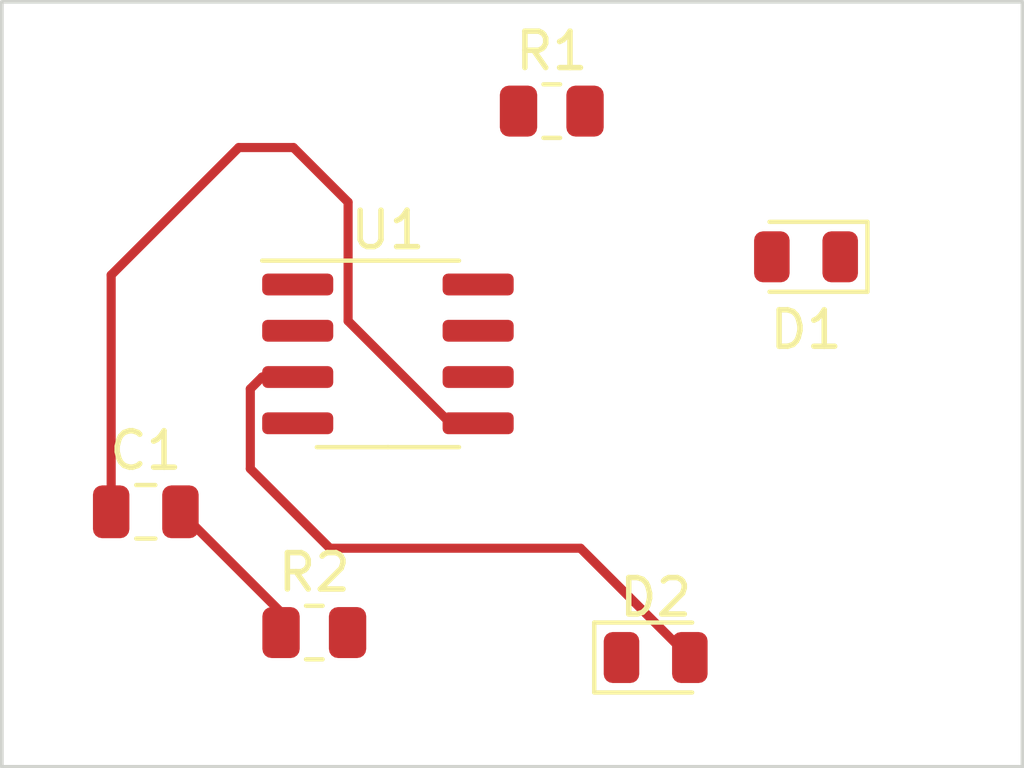
<source format=kicad_pcb>
(kicad_pcb (version 20240108) (generator "pcbnew") (generator_version "8.0")
  (layers (0 "F.Cu" signal) (31 "B.Cu" signal) (34 "B.Paste" user) (35 "F.Paste" user) (36 "B.SilkS" user "B.Silkscreen") (37 "F.SilkS" user "F.Silkscreen") (38 "B.Mask" user) (39 "F.Mask" user) (44 "Edge.Cuts" user))
  (net 0 "")
  (net 1 "Net-(U1-CV)")
  (net 2 "GND")
  (net 3 "Net-(D1-K)")
  (net 4 "Net-(D1-A)")
  (net 5 "Net-(D2-K)")
  (net 6 "VCC")
  (net 8 "Net-(U1-DIS)")
  (footprint "Capacitor_SMD:C_0805_2012Metric" (layer "F.Cu") (at 19.95 28)
    (property "Reference" "C1" (at 0 -1.68 0) (layer "F.SilkS"))
    (property "Value" "C")
    (fp_line (start -0.261252 -0.735) (end 0.261252 -0.735) (stroke (width 0.12)) (layer "F.SilkS"))
    (fp_line (start -0.261252 0.735) (end 0.261252 0.735) (stroke (width 0.12)) (layer "F.SilkS"))
    (pad "1" smd roundrect (at -0.95 0) (size 1 1.45) (layers "F.Cu" "F.Paste" "F.Mask") (net 1 "Net-(U1-CV)"))
    (pad "2" smd roundrect (at 0.95 0) (size 1 1.45) (layers "F.Cu" "F.Paste" "F.Mask") (net 2 "GND"))
  )
  (footprint "Resistor_SMD:R_0805_2012Metric" (layer "F.Cu") (at 31.0875 17)
    (property "Reference" "R1" (at 0 -1.65 0) (layer "F.SilkS"))
    (property "Value" "R")
    (fp_line (start -0.227064 -0.735) (end 0.227064 -0.735) (stroke (width 0.12)) (layer "F.SilkS"))
    (fp_line (start -0.227064 0.735) (end 0.227064 0.735) (stroke (width 0.12)) (layer "F.SilkS"))
    (pad "1" smd roundrect (at -0.9125 0) (size 1.025 1.4) (layers "F.Cu" "F.Paste" "F.Mask") (roundrect_rratio 0.243902) (net 4 "Net-(D1-A)"))
    (pad "2" smd roundrect (at 0.9125 0) (size 1.025 1.4) (layers "F.Cu" "F.Paste" "F.Mask") (roundrect_rratio 0.243902) (net 6 "VCC"))
  )
  (footprint "Package_SO:SOIC-8_3.9x4.9mm_P1.27mm" (layer "F.Cu") (at 26.5925 23.665)
    (property "Reference" "U1" (at 0 -3.4 0) (layer "F.SilkS"))
    (property "Value" "LM555xM")
    (fp_line (start 0 -2.56) (end -3.45 -2.56) (stroke (width 0.12)) (layer "F.SilkS"))
    (fp_line (start 0 -2.56) (end 1.95 -2.56) (stroke (width 0.12)) (layer "F.SilkS"))
    (fp_line (start 0 2.56) (end -1.95 2.56) (stroke (width 0.12)) (layer "F.SilkS"))
    (fp_line (start 0 2.56) (end 1.95 2.56) (stroke (width 0.12)) (layer "F.SilkS"))
    (pad "1" smd roundrect (at -2.475 -1.905) (size 1.95 0.6) (layers "F.Cu" "F.Paste" "F.Mask") (net 2 "GND"))
    (pad "2" smd roundrect (at -2.475 -0.635) (size 1.95 0.6) (layers "F.Cu" "F.Paste" "F.Mask"))
    (pad "3" smd roundrect (at -2.475 0.635) (size 1.95 0.6) (layers "F.Cu" "F.Paste" "F.Mask") (net 3 "Net-(D1-K)"))
    (pad "4" smd roundrect (at -2.475 1.905) (size 1.95 0.6) (layers "F.Cu" "F.Paste" "F.Mask") (net 6 "VCC"))
    (pad "5" smd roundrect (at 2.475 1.905) (size 1.95 0.6) (layers "F.Cu" "F.Paste" "F.Mask") (net 1 "Net-(U1-CV)"))
    (pad "6" smd roundrect (at 2.475 0.635) (size 1.95 0.6) (layers "F.Cu" "F.Paste" "F.Mask") (net 8 "Net-(U1-DIS)"))
    (pad "7" smd roundrect (at 2.475 -0.635) (size 1.95 0.6) (layers "F.Cu" "F.Paste" "F.Mask") (net 8 "Net-(U1-DIS)"))
    (pad "8" smd roundrect (at 2.475 -1.905) (size 1.95 0.6) (layers "F.Cu" "F.Paste" "F.Mask") (net 6 "VCC"))
  )
  (footprint "Resistor_SMD:R_0805_2012Metric" (layer "F.Cu") (at 24.5725 31.315)
    (property "Reference" "R2" (at 0 -1.65 0) (layer "F.SilkS"))
    (property "Value" "R")
    (fp_line (start -0.227064 -0.735) (end 0.227064 -0.735) (stroke (width 0.12)) (layer "F.SilkS"))
    (fp_line (start -0.227064 0.735) (end 0.227064 0.735) (stroke (width 0.12)) (layer "F.SilkS"))
    (pad "1" smd roundrect (at -0.9125 0) (size 1.025 1.4) (layers "F.Cu" "F.Paste" "F.Mask") (roundrect_rratio 0.243902) (net 2 "GND"))
    (pad "2" smd roundrect (at 0.9125 0) (size 1.025 1.4) (layers "F.Cu" "F.Paste" "F.Mask") (roundrect_rratio 0.243902) (net 5 "Net-(D2-K)"))
  )
  (footprint "LED_SMD:LED_0805_2012Metric" (layer "F.Cu") (at 33.9375 32)
    (property "Reference" "D2" (at 0 -1.65 0) (layer "F.SilkS"))
    (property "Value" "LED")
    (fp_line (start -1.685 -0.96) (end -1.685 0.96) (stroke (width 0.12)) (layer "F.SilkS"))
    (fp_line (start -1.685 0.96) (end 1 0.96) (stroke (width 0.12)) (layer "F.SilkS"))
    (fp_line (start 1 -0.96) (end -1.685 -0.96) (stroke (width 0.12)) (layer "F.SilkS"))
    (pad "1" smd roundrect (at -0.9375 0) (size 0.975 1.4) (layers "F.Cu" "F.Paste" "F.Mask") (net 5 "Net-(D2-K)"))
    (pad "2" smd roundrect (at 0.9375 0) (size 0.975 1.4) (layers "F.Cu" "F.Paste" "F.Mask") (net 3 "Net-(D1-K)"))
  )
  (footprint "LED_SMD:LED_0805_2012Metric" (layer "F.Cu") (at 38.0625 21 180)
    (property "Reference" "D1" (at 0 -2 0) (layer "F.SilkS"))
    (property "Value" "LED")
    (fp_line (start 1 -0.96) (end -1.685 -0.96) (stroke (width 0.12)) (layer "F.SilkS"))
    (fp_line (start -1.685 0.96) (end 1 0.96) (stroke (width 0.12)) (layer "F.SilkS"))
    (fp_line (start -1.685 -0.96) (end -1.685 0.96) (stroke (width 0.12)) (layer "F.SilkS"))
    (pad "1" smd roundrect (at -0.9375 0 180) (size 0.975 1.4) (layers "F.Cu" "F.Paste" "F.Mask") (net 3 "Net-(D1-K)"))
    (pad "2" smd roundrect (at 0.9375 0 180) (size 0.975 1.4) (layers "F.Cu" "F.Paste" "F.Mask") (net 4 "Net-(D1-A)"))
  )
  (gr_rect (start 16 14) (end 44 35) (stroke (width 0.1)) (fill none) (layer "Edge.Cuts"))
  (segment (start 29.0675 25.57) (end 28.308408 25.57) (width 0.25) (layer "F.Cu") (net 1))
  (segment (start 25.5 22.761592) (end 25.5 19.5) (width 0.25) (layer "F.Cu") (net 1))
  (segment (start 19 21.5) (end 19 28) (width 0.25) (layer "F.Cu") (net 1))
  (segment (start 28.308408 25.57) (end 25.5 22.761592) (width 0.25) (layer "F.Cu") (net 1))
  (segment (start 22.5 18) (end 19 21.5) (width 0.25) (layer "F.Cu") (net 1))
  (segment (start 24 18) (end 22.5 18) (width 0.25) (layer "F.Cu") (net 1))
  (segment (start 25.5 19.5) (end 24 18) (width 0.25) (layer "F.Cu") (net 1))
  (segment (start 20.9 28) (end 23.66 30.76) (width 0.25) (layer "F.Cu") (net 2))
  (segment (start 23.66 30.76) (end 23.66 31.315) (width 0.25) (layer "F.Cu") (net 2))
  (segment (start 25 29) (end 31.875 29) (width 0.25) (layer "F.Cu") (net 3))
  (segment (start 22.8175 26.8175) (end 25 29) (width 0.25) (layer "F.Cu") (net 3))
  (segment (start 22.8175 24.625001) (end 22.8175 26.8175) (width 0.25) (layer "F.Cu") (net 3))
  (segment (start 23.142501 24.3) (end 22.8175 24.625001) (width 0.25) (layer "F.Cu") (net 3))
  (segment (start 31.875 29) (end 34.875 32) (width 0.25) (layer "F.Cu") (net 3))
  (segment (start 24.1175 24.3) (end 23.142501 24.3) (width 0.25) (layer "F.Cu") (net 3))
)
</source>
